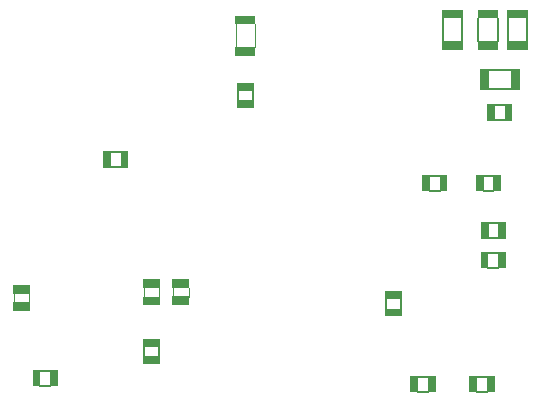
<source format=gbr>
%FSTAX25Y25*%
%MOMM*%
%SFA1B1*%

%IPPOS*%
%ADD41C,0.152400*%
%ADD42C,0.101600*%
%LNdevboard_mechanical_8-1*%
%LPD*%
G36*
X5187629Y4195249D02*
X5012369D01*
Y4268909*
X5187629*
Y4195249*
G37*
G36*
X4937627D02*
X4762367D01*
Y4268909*
X4937627*
Y4195249*
G37*
G36*
X4637628D02*
X4462368D01*
Y4268909*
X4637628*
Y4195249*
G37*
G36*
X2879709Y4145173D02*
X2709707D01*
Y4220179*
X2879709*
Y4145173*
G37*
G36*
X5187629Y3931089D02*
X5012369D01*
Y4004749*
X5187629*
Y3931089*
G37*
G36*
X4937627D02*
X4762367D01*
Y4004749*
X4937627*
Y3931089*
G37*
G36*
X4637628D02*
X4462368D01*
Y4004749*
X4637628*
Y3931089*
G37*
G36*
X2879887Y3879819D02*
X2709887D01*
Y3954825*
X2879887*
Y3879819*
G37*
G36*
X5118907Y3592365D02*
X5045247D01*
Y3767625*
X5118907*
Y3592365*
G37*
G36*
X4854747D02*
X4781087D01*
Y3767625*
X4854747*
Y3592365*
G37*
G36*
X2864954Y3583185D02*
X2724947D01*
Y3648186*
X2864954*
Y3583185*
G37*
G36*
Y3435865D02*
X2724947D01*
Y3500866*
X2864954*
Y3435865*
G37*
G36*
X5055638Y3330148D02*
X4990637D01*
Y3470153*
X5055638*
Y3330148*
G37*
G36*
X4908318D02*
X4843317D01*
Y3470153*
X4908318*
Y3330148*
G37*
G36*
X1805637Y2930149D02*
X1740639D01*
Y3070153*
X1805637*
Y2930149*
G37*
G36*
X1658317D02*
X1593319D01*
Y3070153*
X1658317*
Y2930149*
G37*
G36*
X4960642Y2730149D02*
X4895641D01*
Y2870154*
X4960642*
Y2730149*
G37*
G36*
X4813322D02*
X4748321D01*
Y2870154*
X4813322*
Y2730149*
G37*
G36*
X4505637D02*
X4440638D01*
Y2870154*
X4505637*
Y2730149*
G37*
G36*
X4358317D02*
X4293318D01*
Y2870154*
X4358317*
Y2730149*
G37*
G36*
X5001674Y2329842D02*
X4936675D01*
Y2469847*
X5001674*
Y2329842*
G37*
G36*
X4854354D02*
X4789355D01*
Y2469847*
X4854354*
Y2329842*
G37*
G36*
X5000632Y2080148D02*
X4935634D01*
Y2220153*
X5000632*
Y2080148*
G37*
G36*
X4853312D02*
X4788314D01*
Y2220153*
X4853312*
Y2080148*
G37*
G36*
X2322088Y1910859D02*
X2177079D01*
Y1985865*
X2322088*
Y1910859*
G37*
G36*
X2072388Y1910557D02*
X1927379D01*
Y1985566*
X2072388*
Y1910557*
G37*
G36*
X0972388Y1860859D02*
X0827379D01*
Y1935863*
X0972388*
Y1860859*
G37*
G36*
X4119849Y1820943D02*
X3979844D01*
Y1885942*
X4119849*
Y1820943*
G37*
G36*
X2322088Y1766079D02*
X2177079D01*
Y1841085*
X2322088*
Y1766079*
G37*
G36*
X2072388Y1765777D02*
X1927379D01*
Y1840786*
X2072388*
Y1765777*
G37*
G36*
X0972388Y1716079D02*
X0827379D01*
Y1791083*
X0972388*
Y1716079*
G37*
G36*
X4119849Y1673623D02*
X3979844D01*
Y1738622*
X4119849*
Y1673623*
G37*
G36*
X2069848Y1415938D02*
X1929843D01*
Y1480936*
X2069848*
Y1415938*
G37*
G36*
Y1268618D02*
X1929843D01*
Y1333616*
X2069848*
Y1268618*
G37*
G36*
X1206677Y1079842D02*
X1141679D01*
Y1219847*
X1206677*
Y1079842*
G37*
G36*
X1059357D02*
X0994359D01*
Y1219847*
X1059357*
Y1079842*
G37*
G36*
X4905636Y1030147D02*
X4840638D01*
Y1170152*
X4905636*
Y1030147*
G37*
G36*
X4758316D02*
X4693318D01*
Y1170152*
X4758316*
Y1030147*
G37*
G36*
X4405637D02*
X4340639D01*
Y1170152*
X4405637*
Y1030147*
G37*
G36*
X4258317D02*
X4193319D01*
Y1170152*
X4258317*
Y1030147*
G37*
G54D41*
X4853998Y2086498D02*
X4935989D01*
X4853998Y2213498D02*
X4935989D01*
X4853998Y2463497D02*
X4935989D01*
X4853998Y2336497D02*
X4935989D01*
X4259003Y1036497D02*
X4340994D01*
X4259003Y1163497D02*
X4340994D01*
X4759002Y1036497D02*
X4840993D01*
X4759002Y1163497D02*
X4840993D01*
X4359003Y2736499D02*
X4440994D01*
X4359003Y2863499D02*
X4440994D01*
X4814006Y2736499D02*
X4895999D01*
X4814006Y2863499D02*
X4895999D01*
X4113499Y1739308D02*
Y1821299D01*
X3986499Y1739308D02*
Y1821299D01*
X1659003Y2936499D02*
X1740994D01*
X1659003Y3063499D02*
X1740994D01*
X4468718Y4003479D02*
Y4195249D01*
X4631278Y4003479D02*
Y4195249D01*
X4909002Y3336498D02*
X4990995D01*
X4909002Y3463498D02*
X4990995D01*
X4931277Y4004749D02*
Y4196519D01*
X4768717Y4004749D02*
Y4196519D01*
X5018719Y4003479D02*
Y4195249D01*
X5181279Y4003479D02*
Y4195249D01*
X4853477Y3761275D02*
X5045247D01*
X4853477Y3598715D02*
X5045247D01*
X1059002Y1213497D02*
X1140995D01*
X1059002Y1086497D02*
X1140995D01*
X2731297Y3500508D02*
Y3582502D01*
X2858297Y3500508D02*
Y3582502D01*
X2063498Y1334302D02*
Y1416293D01*
X1936498Y1334302D02*
Y1416293D01*
G54D42*
X271611Y3953504D02*
Y4146494D01*
X2873486Y3953504D02*
Y4146494D01*
X0965987Y1789686D02*
Y1863399D01*
X0834009Y1787199D02*
Y1863399D01*
X2065987Y1839389D02*
Y1913097D01*
X1934009Y1836897D02*
Y1913097D01*
X2315687Y1839688D02*
Y1913399D01*
X2183709Y1837199D02*
Y1913399D01*
M02*
</source>
